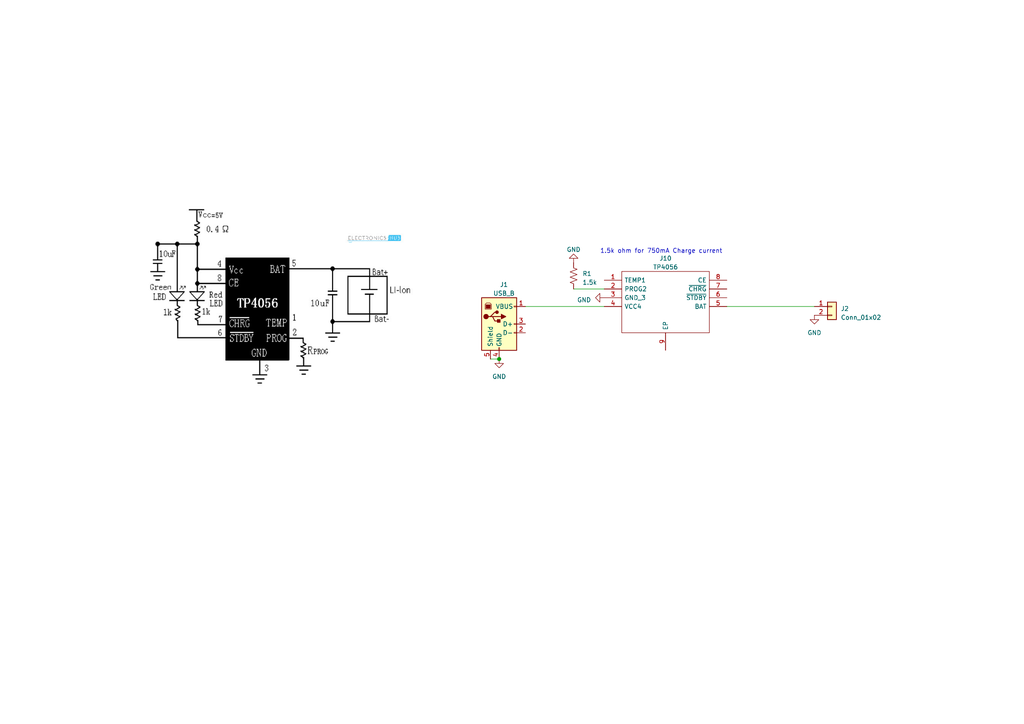
<source format=kicad_sch>
(kicad_sch (version 20210126) (generator eeschema)
  (paper "A4")
  (lib_symbols
    (symbol "Connector:USB_B" (pin_names (offset 1.016))
      (property "Reference" "J" (at -5.08 11.43 0))
      (property "Value" "USB_B" (at -5.08 8.89 0))
      (symbol "USB_B_0_1"
        (circle (center -3.81 2.159) (radius 0.635) (stroke (width 0.254)) (fill (type outline)))
        (circle (center -0.635 3.429) (radius 0.381) (stroke (width 0.254)) (fill (type outline)))
        (rectangle (start -0.127 -7.62) (end 0.127 -6.858))
        (rectangle (start 5.08 -2.667) (end 4.318 -2.413))
        (rectangle (start 5.08 -0.127) (end 4.318 0.127))
        (rectangle (start 5.08 4.953) (end 4.318 5.207))
        (rectangle (start -3.81 5.588) (end -2.54 4.572) (fill (type outline)))
        (rectangle (start 0.254 1.27) (end -0.508 0.508) (stroke (width 0.254)) (fill (type outline)))
        (rectangle (start -5.08 -7.62) (end 5.08 7.62) (stroke (width 0.254)) (fill (type background)))
        (polyline (pts (xy -1.905 2.159) (xy 0.635 2.159)) (stroke (width 0.254)))
        (polyline (pts (xy -3.175 2.159) (xy -2.54 2.159) (xy -1.27 3.429) (xy -0.635 3.429)) (stroke (width 0.254)))
        (polyline (pts (xy -2.54 2.159) (xy -1.905 2.159) (xy -1.27 0.889) (xy 0 0.889)) (stroke (width 0.254)))
        (polyline (pts (xy -4.064 4.318) (xy -2.286 4.318) (xy -2.286 5.715) (xy -2.667 6.096) (xy -3.683 6.096) (xy -4.064 5.715) (xy -4.064 4.318)))
        (polyline (pts (xy 0.635 2.794) (xy 0.635 1.524) (xy 1.905 2.159) (xy 0.635 2.794)) (stroke (width 0.254)) (fill (type outline)))
      )
      (symbol "USB_B_1_1"
        (pin power_out line (at 7.62 5.08 180) (length 2.54) (name "VBUS") (number "1"))
        (pin bidirectional line (at 7.62 -2.54 180) (length 2.54) (name "D-") (number "2"))
        (pin bidirectional line (at 7.62 0 180) (length 2.54) (name "D+") (number "3"))
        (pin power_out line (at 0 -10.16 90) (length 2.54) (name "GND") (number "4"))
        (pin passive line (at -2.54 -10.16 90) (length 2.54) (name "Shield") (number "5"))
      )
    )
    (symbol "Connector_Generic:Conn_01x02" (pin_names (offset 1.016) hide)
      (property "Reference" "J" (at 0 2.54 0))
      (property "Value" "Conn_01x02" (at 0 -5.08 0))
      (symbol "Conn_01x02_1_1"
        (rectangle (start -1.27 -2.413) (end 0 -2.667) (stroke (width 0.1524)))
        (rectangle (start -1.27 0.127) (end 0 -0.127) (stroke (width 0.1524)))
        (rectangle (start -1.27 1.27) (end 1.27 -3.81) (stroke (width 0.254)) (fill (type background)))
        (pin passive line (at -5.08 0 0) (length 3.81) (name "Pin_1") (number "1"))
        (pin passive line (at -5.08 -2.54 0) (length 3.81) (name "Pin_2") (number "2"))
      )
    )
    (symbol "Device:R_US" (pin_numbers hide) (pin_names (offset 0))
      (property "Reference" "R" (at 2.54 0 90))
      (property "Value" "R_US" (at -2.54 0 90))
      (symbol "R_US_0_1"
        (polyline (pts (xy 0 -2.286) (xy 0 -2.54)))
        (polyline (pts (xy 0 2.286) (xy 0 2.54)))
        (polyline (pts (xy 0 -0.762) (xy 1.016 -1.143) (xy 0 -1.524) (xy -1.016 -1.905) (xy 0 -2.286)))
        (polyline (pts (xy 0 0.762) (xy 1.016 0.381) (xy 0 0) (xy -1.016 -0.381) (xy 0 -0.762)))
        (polyline (pts (xy 0 2.286) (xy 1.016 1.905) (xy 0 1.524) (xy -1.016 1.143) (xy 0 0.762)))
      )
      (symbol "R_US_1_1"
        (pin passive line (at 0 3.81 270) (length 1.27) (name "~") (number "1"))
        (pin passive line (at 0 -3.81 90) (length 1.27) (name "~") (number "2"))
      )
    )
    (symbol "power:GND" (power) (pin_names (offset 0))
      (property "Value" "GND" (at 0 -3.81 0))
      (symbol "GND_0_1"
        (polyline (pts (xy 0 0) (xy 0 -1.27) (xy 1.27 -1.27) (xy 0 -2.54) (xy -1.27 -1.27) (xy 0 -1.27)))
      )
      (symbol "GND_1_1"
        (pin power_in line (at 0 0 270) (length 0) hide (name "GND") (number "1"))
      )
    )
    (symbol "tp4056:TP4056" (pin_names (offset 0.762))
      (property "Reference" "J" (at 31.75 7.62 0))
      (property "Value" "TP4056" (at 31.75 5.08 0))
      (symbol "TP4056_0_0"
        (pin passive line (at 0 0 0) (length 5.08) (name "TEMP1") (number "1"))
        (pin passive line (at 0 -2.54 0) (length 5.08) (name "PROG2") (number "2"))
        (pin passive line (at 0 -5.08 0) (length 5.08) (name "GND_3") (number "3"))
        (pin passive line (at 0 -7.62 0) (length 5.08) (name "VCC4") (number "4"))
        (pin passive line (at 35.56 -7.62 180) (length 5.08) (name "BAT") (number "5"))
        (pin passive line (at 35.56 -5.08 180) (length 5.08) (name "~STDBY") (number "6"))
        (pin passive line (at 35.56 -2.54 180) (length 5.08) (name "~CHRG") (number "7"))
        (pin passive line (at 35.56 0 180) (length 5.08) (name "CE") (number "8"))
        (pin passive line (at 17.78 -20.32 90) (length 5.08) (name "EP") (number "9"))
      )
      (symbol "TP4056_0_1"
        (polyline (pts (xy 5.08 2.54) (xy 30.48 2.54) (xy 30.48 -15.24) (xy 5.08 -15.24) (xy 5.08 2.54)) (stroke (width 0.1524)))
      )
    )
  )
  (junction (at 144.78 104.14) (diameter 1.016))
  (wire (pts (xy 142.24 104.14) (xy 144.78 104.14)))
  (wire (pts (xy 152.4 88.9) (xy 175.26 88.9)))
  (wire (pts (xy 166.37 83.82) (xy 175.26 83.82)))
  (wire (pts (xy 210.82 88.9) (xy 236.22 88.9)))
  (image (at 81.28 86.36) (scale 1.3125))
  (text "1.5k ohm for 750mA Charge current" (at 209.55 73.66 180) (effects (font (size 1.27 1.27)) (justify right bottom)))
  (symbol (lib_id "power:GND") (at 144.78 104.14 0) (unit 1)
    (property "Reference" "#PWR0104" (effects hide))
    (property "Value" "GND" (at 144.78 109.22 0))
  )
  (symbol (lib_id "power:GND") (at 166.37 76.2 180) (unit 1)
    (property "Reference" "#PWR0106" (effects hide))
    (property "Value" "GND" (at 166.37 72.39 0))
  )
  (symbol (lib_id "power:GND") (at 175.26 86.36 270) (unit 1)
    (property "Reference" "#PWR0105" (effects hide))
    (property "Value" "GND" (at 171.45 86.9949 90) (effects (justify right)))
  )
  (symbol (lib_id "power:GND") (at 236.22 91.44 0) (unit 1)
    (property "Reference" "#PWR0107" (effects hide))
    (property "Value" "GND" (at 236.22 96.52 0))
  )
  (symbol (lib_id "Device:R_US") (at 166.37 80.01 180) (unit 1)
    (property "Reference" "R1" (at 168.91 79.3749 0) (effects (justify right)))
    (property "Value" "1.5k" (at 168.91 81.9149 0) (effects (justify right)))
    (property "Footprint" "Resistor_SMD:R_2010_5025Metric" (effects hide))
  )
  (symbol (lib_id "Connector_Generic:Conn_01x02") (at 241.3 88.9 0) (unit 1)
    (property "Reference" "J2" (at 243.84 89.5349 0) (effects (justify left)))
    (property "Value" "Conn_01x02" (at 243.84 92.0749 0) (effects (justify left)))
    (property "Footprint" "Connector_JST:JST_PH_B2B-PH-K_1x02_P2.00mm_Vertical" (effects hide))
  )
  (symbol (lib_id "Connector:USB_B") (at 144.78 93.98 0) (unit 1)
    (property "Reference" "J1" (at 146.177 82.55 0))
    (property "Value" "USB_B" (at 146.177 85.09 0))
    (property "Footprint" "Connector_USB:USB_Micro-B_Amphenol_10103594-0001LF_Horizontal" (effects hide))
    (property "Datasheet" " ~" (effects hide))
  )
  (symbol (lib_id "tp4056:TP4056") (at 175.26 81.28 0) (unit 1)
    (property "Reference" "J10" (at 193.04 74.93 0))
    (property "Value" "TP4056" (at 193.04 77.47 0))
    (property "Footprint" "teensy:SOIC127P600X175-9N" (effects hide))
    (property "Datasheet" "https://dlnmh9ip6v2uc.cloudfront.net/datasheets/Prototyping/TP4056.pdf" (effects hide))
    (property "Description" "1A Standalone Linear Li-lon Battery Charger, SOP-8" (effects hide))
    (property "Height" "1.75" (effects hide))
    (property "Manufacturer_Name" "NanJing Top Power" (effects hide))
    (property "Manufacturer_Part_Number" "TP4056" (effects hide))
  )
)
</source>
